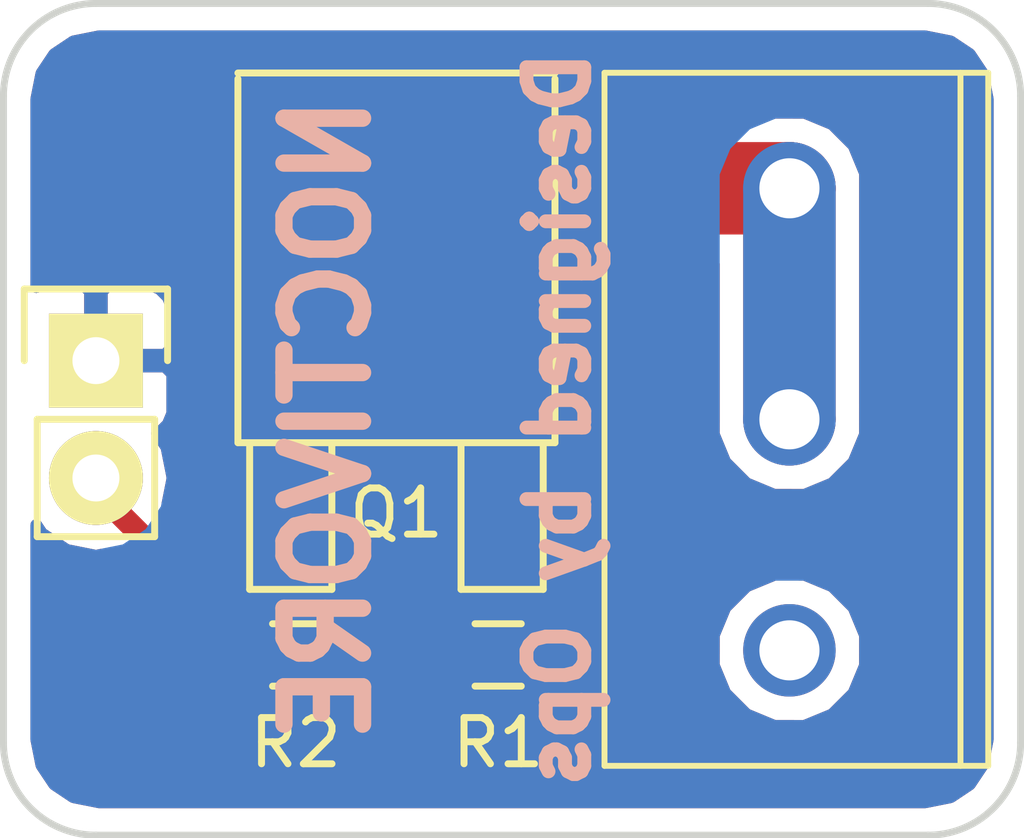
<source format=kicad_pcb>
(kicad_pcb (version 4) (host pcbnew 4.0.2+e4-6225~38~ubuntu15.04.1-stable)

  (general
    (links 7)
    (no_connects 0)
    (area 132.924999 90.924999 155.075001 109.075001)
    (thickness 1.6)
    (drawings 10)
    (tracks 9)
    (zones 0)
    (modules 5)
    (nets 6)
  )

  (page A4)
  (title_block
    (date 2016-06-11)
  )

  (layers
    (0 F.Cu signal)
    (31 B.Cu signal)
    (32 B.Adhes user)
    (33 F.Adhes user)
    (34 B.Paste user)
    (35 F.Paste user)
    (36 B.SilkS user)
    (37 F.SilkS user)
    (38 B.Mask user)
    (39 F.Mask user)
    (40 Dwgs.User user)
    (41 Cmts.User user)
    (42 Eco1.User user)
    (43 Eco2.User user)
    (44 Edge.Cuts user)
    (45 Margin user)
    (46 B.CrtYd user)
    (47 F.CrtYd user)
    (48 B.Fab user)
    (49 F.Fab user)
  )

  (setup
    (last_trace_width 0.25)
    (trace_clearance 0.2)
    (zone_clearance 0.508)
    (zone_45_only no)
    (trace_min 0.2)
    (segment_width 0.2)
    (edge_width 0.15)
    (via_size 0.6)
    (via_drill 0.4)
    (via_min_size 0.4)
    (via_min_drill 0.3)
    (uvia_size 0.3)
    (uvia_drill 0.1)
    (uvias_allowed no)
    (uvia_min_size 0.2)
    (uvia_min_drill 0.1)
    (pcb_text_width 0.3)
    (pcb_text_size 1.5 1.5)
    (mod_edge_width 0.15)
    (mod_text_size 1 1)
    (mod_text_width 0.15)
    (pad_size 1.524 1.524)
    (pad_drill 0.762)
    (pad_to_mask_clearance 0.2)
    (aux_axis_origin 0 0)
    (visible_elements FFFFFF7F)
    (pcbplotparams
      (layerselection 0x01038_80000001)
      (usegerberextensions true)
      (excludeedgelayer true)
      (linewidth 0.100000)
      (plotframeref false)
      (viasonmask false)
      (mode 1)
      (useauxorigin false)
      (hpglpennumber 1)
      (hpglpenspeed 20)
      (hpglpendiameter 15)
      (hpglpenoverlay 2)
      (psnegative false)
      (psa4output false)
      (plotreference true)
      (plotvalue false)
      (plotinvisibletext false)
      (padsonsilk false)
      (subtractmaskfromsilk false)
      (outputformat 1)
      (mirror false)
      (drillshape 0)
      (scaleselection 1)
      (outputdirectory gerbers/))
  )

  (net 0 "")
  (net 1 +12V)
  (net 2 "Net-(P1-Pad2)")
  (net 3 GND)
  (net 4 "Net-(P2-Pad2)")
  (net 5 "Net-(Q1-Pad1)")

  (net_class Default "This is the default net class."
    (clearance 0.2)
    (trace_width 0.25)
    (via_dia 0.6)
    (via_drill 0.4)
    (uvia_dia 0.3)
    (uvia_drill 0.1)
    (add_net +12V)
    (add_net GND)
    (add_net "Net-(P1-Pad2)")
    (add_net "Net-(P2-Pad2)")
    (add_net "Net-(Q1-Pad1)")
  )

  (module lights_breakout:1935174_Phoenix_Contact_01X03 (layer F.Cu) (tedit 575CA7A2) (tstamp 575CA63C)
    (at 150 100 90)
    (path /575CA28A)
    (fp_text reference P1 (at 0 -2.5 90) (layer F.SilkS) hide
      (effects (font (size 1 1) (thickness 0.15)))
    )
    (fp_text value LIGHTS_HEADER (at 0 -5 90) (layer F.Fab) hide
      (effects (font (size 1 1) (thickness 0.15)))
    )
    (fp_line (start -0.35 2.85) (end 0 3.2) (layer Dwgs.User) (width 0.127))
    (fp_line (start 0.35 2.85) (end 0 3.2) (layer Dwgs.User) (width 0.127))
    (fp_line (start -0.35 2.85) (end 0.35 2.85) (layer Dwgs.User) (width 0.127))
    (fp_line (start 0 1.85) (end 0 2.85) (layer Dwgs.User) (width 0.127))
    (fp_line (start -7.5 4.3) (end -7.5 -4) (layer F.SilkS) (width 0.127))
    (fp_line (start 7.5 4.3) (end -7.5 4.3) (layer F.SilkS) (width 0.127))
    (fp_line (start 7.5 -4) (end 7.5 4.3) (layer F.SilkS) (width 0.127))
    (fp_line (start -7.5 -4) (end 7.5 -4) (layer F.SilkS) (width 0.127))
    (fp_line (start 7.5 3.7) (end -7.5 3.7) (layer F.SilkS) (width 0.127))
    (pad 1 thru_hole circle (at -5 0 90) (size 2 2) (drill 1.3) (layers *.Cu *.Mask)
      (net 1 +12V))
    (pad 2 thru_hole circle (at 0 0 90) (size 2 2) (drill 1.3) (layers *.Cu *.Mask)
      (net 2 "Net-(P1-Pad2)"))
    (pad 3 thru_hole circle (at 5 0 90) (size 2 2) (drill 1.3) (layers *.Cu *.Mask)
      (net 2 "Net-(P1-Pad2)"))
  )

  (module Socket_Strips:Socket_Strip_Straight_1x02 (layer F.Cu) (tedit 575CA79F) (tstamp 575CA642)
    (at 135 98.73 270)
    (descr "Through hole socket strip")
    (tags "socket strip")
    (path /575C98C8)
    (fp_text reference P2 (at -2.5 0 360) (layer F.SilkS) hide
      (effects (font (size 1 1) (thickness 0.15)))
    )
    (fp_text value SIGNAL_HEADER (at 0 -3.1 270) (layer F.Fab) hide
      (effects (font (size 1 1) (thickness 0.15)))
    )
    (fp_line (start -1.55 1.55) (end 0 1.55) (layer F.SilkS) (width 0.15))
    (fp_line (start 3.81 1.27) (end 1.27 1.27) (layer F.SilkS) (width 0.15))
    (fp_line (start -1.75 -1.75) (end -1.75 1.75) (layer F.CrtYd) (width 0.05))
    (fp_line (start 4.3 -1.75) (end 4.3 1.75) (layer F.CrtYd) (width 0.05))
    (fp_line (start -1.75 -1.75) (end 4.3 -1.75) (layer F.CrtYd) (width 0.05))
    (fp_line (start -1.75 1.75) (end 4.3 1.75) (layer F.CrtYd) (width 0.05))
    (fp_line (start 1.27 1.27) (end 1.27 -1.27) (layer F.SilkS) (width 0.15))
    (fp_line (start 0 -1.55) (end -1.55 -1.55) (layer F.SilkS) (width 0.15))
    (fp_line (start -1.55 -1.55) (end -1.55 1.55) (layer F.SilkS) (width 0.15))
    (fp_line (start 1.27 -1.27) (end 3.81 -1.27) (layer F.SilkS) (width 0.15))
    (fp_line (start 3.81 -1.27) (end 3.81 1.27) (layer F.SilkS) (width 0.15))
    (pad 1 thru_hole rect (at 0 0 270) (size 2.032 2.032) (drill 1.016) (layers *.Cu *.Mask F.SilkS)
      (net 3 GND))
    (pad 2 thru_hole oval (at 2.54 0 270) (size 2.032 2.032) (drill 1.016) (layers *.Cu *.Mask F.SilkS)
      (net 4 "Net-(P2-Pad2)"))
    (model Socket_Strips.3dshapes/Socket_Strip_Straight_1x02.wrl
      (at (xyz 0.05 0 0))
      (scale (xyz 1 1 1))
      (rotate (xyz 0 0 180))
    )
  )

  (module TO_SOT_Packages_SMD:TO-252-2Lead (layer F.Cu) (tedit 575CA7AB) (tstamp 575CA649)
    (at 141.5 102.03)
    (descr "DPAK / TO-252 2-lead smd package")
    (tags "dpak TO-252")
    (path /575C92F6)
    (attr smd)
    (fp_text reference Q1 (at 0 0) (layer F.SilkS)
      (effects (font (size 1 1) (thickness 0.15)))
    )
    (fp_text value IPD30N06S2L23ATMA3 (at 0 -2.413) (layer F.Fab) hide
      (effects (font (size 1 1) (thickness 0.15)))
    )
    (fp_line (start 1.397 -1.524) (end 1.397 1.651) (layer F.SilkS) (width 0.15))
    (fp_line (start 1.397 1.651) (end 3.175 1.651) (layer F.SilkS) (width 0.15))
    (fp_line (start 3.175 1.651) (end 3.175 -1.524) (layer F.SilkS) (width 0.15))
    (fp_line (start -3.175 -1.524) (end -3.175 1.651) (layer F.SilkS) (width 0.15))
    (fp_line (start -3.175 1.651) (end -1.397 1.651) (layer F.SilkS) (width 0.15))
    (fp_line (start -1.397 1.651) (end -1.397 -1.524) (layer F.SilkS) (width 0.15))
    (fp_line (start 3.429 -7.62) (end 3.429 -1.524) (layer F.SilkS) (width 0.15))
    (fp_line (start 3.429 -1.524) (end -3.429 -1.524) (layer F.SilkS) (width 0.15))
    (fp_line (start -3.429 -1.524) (end -3.429 -9.398) (layer F.SilkS) (width 0.15))
    (fp_line (start -3.429 -9.525) (end 3.429 -9.525) (layer F.SilkS) (width 0.15))
    (fp_line (start 3.429 -9.398) (end 3.429 -7.62) (layer F.SilkS) (width 0.15))
    (pad 1 smd rect (at -2.286 0) (size 1.651 3.048) (layers F.Cu F.Paste F.Mask)
      (net 5 "Net-(Q1-Pad1)"))
    (pad 2 smd rect (at 0 -6.35) (size 6.096 6.096) (layers F.Cu F.Paste F.Mask)
      (net 2 "Net-(P1-Pad2)"))
    (pad 3 smd rect (at 2.286 0) (size 1.651 3.048) (layers F.Cu F.Paste F.Mask)
      (net 3 GND))
    (model TO_SOT_Packages_SMD.3dshapes/TO-252-2Lead.wrl
      (at (xyz 0 0 0))
      (scale (xyz 1 1 1))
      (rotate (xyz 0 0 0))
    )
  )

  (module Resistors_SMD:R_0603 (layer F.Cu) (tedit 575CA6CF) (tstamp 575CA64F)
    (at 143.7 105.1 180)
    (descr "Resistor SMD 0603, reflow soldering, Vishay (see dcrcw.pdf)")
    (tags "resistor 0603")
    (path /575C9359)
    (attr smd)
    (fp_text reference R1 (at 0 -1.9 180) (layer F.SilkS)
      (effects (font (size 1 1) (thickness 0.15)))
    )
    (fp_text value 10K (at 0 1.9 180) (layer F.Fab) hide
      (effects (font (size 1 1) (thickness 0.15)))
    )
    (fp_line (start -1.3 -0.8) (end 1.3 -0.8) (layer F.CrtYd) (width 0.05))
    (fp_line (start -1.3 0.8) (end 1.3 0.8) (layer F.CrtYd) (width 0.05))
    (fp_line (start -1.3 -0.8) (end -1.3 0.8) (layer F.CrtYd) (width 0.05))
    (fp_line (start 1.3 -0.8) (end 1.3 0.8) (layer F.CrtYd) (width 0.05))
    (fp_line (start 0.5 0.675) (end -0.5 0.675) (layer F.SilkS) (width 0.15))
    (fp_line (start -0.5 -0.675) (end 0.5 -0.675) (layer F.SilkS) (width 0.15))
    (pad 1 smd rect (at -0.75 0 180) (size 0.5 0.9) (layers F.Cu F.Paste F.Mask)
      (net 3 GND))
    (pad 2 smd rect (at 0.75 0 180) (size 0.5 0.9) (layers F.Cu F.Paste F.Mask)
      (net 5 "Net-(Q1-Pad1)"))
    (model Resistors_SMD.3dshapes/R_0603.wrl
      (at (xyz 0 0 0))
      (scale (xyz 1 1 1))
      (rotate (xyz 0 0 0))
    )
  )

  (module Resistors_SMD:R_0603 (layer F.Cu) (tedit 575CA6CC) (tstamp 575CA655)
    (at 139.32 105.1 180)
    (descr "Resistor SMD 0603, reflow soldering, Vishay (see dcrcw.pdf)")
    (tags "resistor 0603")
    (path /575C9DCE)
    (attr smd)
    (fp_text reference R2 (at 0 -1.9 180) (layer F.SilkS)
      (effects (font (size 1 1) (thickness 0.15)))
    )
    (fp_text value 100 (at 0 1.9 180) (layer F.Fab) hide
      (effects (font (size 1 1) (thickness 0.15)))
    )
    (fp_line (start -1.3 -0.8) (end 1.3 -0.8) (layer F.CrtYd) (width 0.05))
    (fp_line (start -1.3 0.8) (end 1.3 0.8) (layer F.CrtYd) (width 0.05))
    (fp_line (start -1.3 -0.8) (end -1.3 0.8) (layer F.CrtYd) (width 0.05))
    (fp_line (start 1.3 -0.8) (end 1.3 0.8) (layer F.CrtYd) (width 0.05))
    (fp_line (start 0.5 0.675) (end -0.5 0.675) (layer F.SilkS) (width 0.15))
    (fp_line (start -0.5 -0.675) (end 0.5 -0.675) (layer F.SilkS) (width 0.15))
    (pad 1 smd rect (at -0.75 0 180) (size 0.5 0.9) (layers F.Cu F.Paste F.Mask)
      (net 5 "Net-(Q1-Pad1)"))
    (pad 2 smd rect (at 0.75 0 180) (size 0.5 0.9) (layers F.Cu F.Paste F.Mask)
      (net 4 "Net-(P2-Pad2)"))
    (model Resistors_SMD.3dshapes/R_0603.wrl
      (at (xyz 0 0 0))
      (scale (xyz 1 1 1))
      (rotate (xyz 0 0 0))
    )
  )

  (gr_text "Designed by Ops" (at 145 100 90) (layer B.SilkS) (tstamp 575CAC78)
    (effects (font (size 1.25 1.25) (thickness 0.3)) (justify mirror))
  )
  (gr_text NOCTIVORE (at 140 100 90) (layer B.SilkS)
    (effects (font (size 1.7 1.7) (thickness 0.375)) (justify mirror))
  )
  (gr_arc (start 153 93) (end 153 91) (angle 90) (layer Edge.Cuts) (width 0.15) (tstamp 575CA6A6))
  (gr_arc (start 153 107) (end 155 107) (angle 90) (layer Edge.Cuts) (width 0.15) (tstamp 575CA6A5))
  (gr_arc (start 135 107) (end 135 109) (angle 90) (layer Edge.Cuts) (width 0.15) (tstamp 575CA6A4))
  (gr_arc (start 135 93) (end 133 93) (angle 90) (layer Edge.Cuts) (width 0.15))
  (gr_line (start 133 107) (end 133 93) (layer Edge.Cuts) (width 0.15))
  (gr_line (start 153 109) (end 135 109) (layer Edge.Cuts) (width 0.15))
  (gr_line (start 155 93) (end 155 107) (layer Edge.Cuts) (width 0.15))
  (gr_line (start 135 91) (end 153 91) (layer Edge.Cuts) (width 0.15))

  (segment (start 150 95) (end 142.18 95) (width 2) (layer F.Cu) (net 2))
  (segment (start 142.18 95) (end 141.5 95.68) (width 2) (layer F.Cu) (net 2))
  (segment (start 150 95) (end 150 100) (width 2) (layer B.Cu) (net 2) (tstamp 575CA97D))
  (segment (start 150 95) (end 150 100) (width 2) (layer F.Cu) (net 2))
  (segment (start 138.57 105.1) (end 135 101.53) (width 0.5) (layer F.Cu) (net 4))
  (segment (start 135 101.53) (end 135 101.27) (width 0.5) (layer F.Cu) (net 4))
  (segment (start 140.07 105.1) (end 140.07 102.886) (width 0.5) (layer F.Cu) (net 5))
  (segment (start 140.07 102.886) (end 139.214 102.03) (width 0.5) (layer F.Cu) (net 5))
  (segment (start 140.07 105.1) (end 142.95 105.1) (width 0.5) (layer F.Cu) (net 5))

  (zone (net 3) (net_name GND) (layer F.Cu) (tstamp 0) (hatch edge 0.508)
    (connect_pads (clearance 0.508))
    (min_thickness 0.254)
    (fill yes (arc_segments 16) (thermal_gap 0.508) (thermal_bridge_width 0.508))
    (polygon
      (pts
        (xy 133 91) (xy 155 91) (xy 155 109) (xy 133 109)
      )
    )
    (filled_polygon
      (pts
        (xy 153.488338 91.821046) (xy 153.902333 92.097669) (xy 154.178953 92.51166) (xy 154.29 93.069931) (xy 154.29 106.930069)
        (xy 154.178953 107.48834) (xy 153.902333 107.902331) (xy 153.488338 108.178954) (xy 152.930069 108.29) (xy 135.069931 108.29)
        (xy 134.51166 108.178953) (xy 134.097669 107.902333) (xy 133.821046 107.488338) (xy 133.71 106.930069) (xy 133.71 102.286344)
        (xy 133.832567 102.469778) (xy 134.36819 102.82767) (xy 135 102.953345) (xy 135.143267 102.924847) (xy 137.67256 105.454139)
        (xy 137.67256 105.55) (xy 137.716838 105.785317) (xy 137.85591 106.001441) (xy 138.06811 106.146431) (xy 138.32 106.19744)
        (xy 138.82 106.19744) (xy 139.055317 106.153162) (xy 139.271441 106.01409) (xy 139.319134 105.944289) (xy 139.35591 106.001441)
        (xy 139.56811 106.146431) (xy 139.82 106.19744) (xy 140.32 106.19744) (xy 140.555317 106.153162) (xy 140.771441 106.01409)
        (xy 140.791317 105.985) (xy 142.225331 105.985) (xy 142.23591 106.001441) (xy 142.44811 106.146431) (xy 142.7 106.19744)
        (xy 143.2 106.19744) (xy 143.435317 106.153162) (xy 143.651441 106.01409) (xy 143.697969 105.945994) (xy 143.840302 106.088327)
        (xy 144.073691 106.185) (xy 144.16625 106.185) (xy 144.325 106.02625) (xy 144.325 105.227) (xy 144.575 105.227)
        (xy 144.575 106.02625) (xy 144.73375 106.185) (xy 144.826309 106.185) (xy 145.059698 106.088327) (xy 145.238327 105.909699)
        (xy 145.335 105.67631) (xy 145.335 105.38575) (xy 145.273045 105.323795) (xy 148.364716 105.323795) (xy 148.613106 105.924943)
        (xy 149.072637 106.385278) (xy 149.673352 106.634716) (xy 150.323795 106.635284) (xy 150.924943 106.386894) (xy 151.385278 105.927363)
        (xy 151.634716 105.326648) (xy 151.635284 104.676205) (xy 151.386894 104.075057) (xy 150.927363 103.614722) (xy 150.326648 103.365284)
        (xy 149.676205 103.364716) (xy 149.075057 103.613106) (xy 148.614722 104.072637) (xy 148.365284 104.673352) (xy 148.364716 105.323795)
        (xy 145.273045 105.323795) (xy 145.17625 105.227) (xy 144.575 105.227) (xy 144.325 105.227) (xy 144.303 105.227)
        (xy 144.303 104.973) (xy 144.325 104.973) (xy 144.325 104.953) (xy 144.575 104.953) (xy 144.575 104.973)
        (xy 145.17625 104.973) (xy 145.335 104.81425) (xy 145.335 104.52369) (xy 145.238327 104.290301) (xy 145.059698 104.111673)
        (xy 144.983439 104.080086) (xy 145.149827 103.913699) (xy 145.2465 103.68031) (xy 145.2465 102.31575) (xy 145.08775 102.157)
        (xy 143.913 102.157) (xy 143.913 102.177) (xy 143.659 102.177) (xy 143.659 102.157) (xy 142.48425 102.157)
        (xy 142.3255 102.31575) (xy 142.3255 103.68031) (xy 142.422173 103.913699) (xy 142.54096 104.032485) (xy 142.464683 104.046838)
        (xy 142.248559 104.18591) (xy 142.228683 104.215) (xy 140.955 104.215) (xy 140.955 102.886005) (xy 140.955001 102.886)
        (xy 140.887633 102.547326) (xy 140.887633 102.547325) (xy 140.69579 102.26021) (xy 140.695787 102.260208) (xy 140.68694 102.251361)
        (xy 140.68694 100.506) (xy 140.663174 100.37969) (xy 142.3255 100.37969) (xy 142.3255 101.74425) (xy 142.48425 101.903)
        (xy 143.659 101.903) (xy 143.659 100.02975) (xy 143.913 100.02975) (xy 143.913 101.903) (xy 145.08775 101.903)
        (xy 145.2465 101.74425) (xy 145.2465 100.37969) (xy 145.149827 100.146301) (xy 144.971198 99.967673) (xy 144.737809 99.871)
        (xy 144.07175 99.871) (xy 143.913 100.02975) (xy 143.659 100.02975) (xy 143.50025 99.871) (xy 142.834191 99.871)
        (xy 142.600802 99.967673) (xy 142.422173 100.146301) (xy 142.3255 100.37969) (xy 140.663174 100.37969) (xy 140.642662 100.270683)
        (xy 140.50359 100.054559) (xy 140.29139 99.909569) (xy 140.0395 99.85856) (xy 138.3885 99.85856) (xy 138.153183 99.902838)
        (xy 137.937059 100.04191) (xy 137.792069 100.25411) (xy 137.74106 100.506) (xy 137.74106 103.019481) (xy 136.546961 101.825382)
        (xy 136.651 101.302345) (xy 136.651 101.237655) (xy 136.525325 100.605845) (xy 136.324628 100.305481) (xy 136.375699 100.284327)
        (xy 136.554327 100.105698) (xy 136.651 99.872309) (xy 136.651 99.01575) (xy 136.49225 98.857) (xy 135.127 98.857)
        (xy 135.127 98.877) (xy 134.873 98.877) (xy 134.873 98.857) (xy 134.853 98.857) (xy 134.853 98.603)
        (xy 134.873 98.603) (xy 134.873 97.23775) (xy 135.127 97.23775) (xy 135.127 98.603) (xy 136.49225 98.603)
        (xy 136.651 98.44425) (xy 136.651 97.587691) (xy 136.554327 97.354302) (xy 136.375699 97.175673) (xy 136.14231 97.079)
        (xy 135.28575 97.079) (xy 135.127 97.23775) (xy 134.873 97.23775) (xy 134.71425 97.079) (xy 133.85769 97.079)
        (xy 133.71 97.140175) (xy 133.71 93.069931) (xy 133.797109 92.632) (xy 137.80456 92.632) (xy 137.80456 98.728)
        (xy 137.848838 98.963317) (xy 137.98791 99.179441) (xy 138.20011 99.324431) (xy 138.452 99.37544) (xy 144.548 99.37544)
        (xy 144.783317 99.331162) (xy 144.999441 99.19209) (xy 145.144431 98.97989) (xy 145.19544 98.728) (xy 145.19544 96.635)
        (xy 148.365 96.635) (xy 148.365 99.998574) (xy 148.364716 100.323795) (xy 148.613106 100.924943) (xy 149.072637 101.385278)
        (xy 149.673352 101.634716) (xy 150.323795 101.635284) (xy 150.924943 101.386894) (xy 151.385278 100.927363) (xy 151.634716 100.326648)
        (xy 151.635284 99.676205) (xy 151.635 99.675518) (xy 151.635 95.001427) (xy 151.635284 94.676205) (xy 151.386894 94.075057)
        (xy 150.927363 93.614722) (xy 150.326648 93.365284) (xy 149.676205 93.364716) (xy 149.675518 93.365) (xy 145.19544 93.365)
        (xy 145.19544 92.632) (xy 145.151162 92.396683) (xy 145.01209 92.180559) (xy 144.79989 92.035569) (xy 144.548 91.98456)
        (xy 138.452 91.98456) (xy 138.216683 92.028838) (xy 138.000559 92.16791) (xy 137.855569 92.38011) (xy 137.80456 92.632)
        (xy 133.797109 92.632) (xy 133.821046 92.511662) (xy 134.097669 92.097667) (xy 134.51166 91.821047) (xy 135.069931 91.71)
        (xy 152.930069 91.71)
      )
    )
  )
  (zone (net 3) (net_name GND) (layer B.Cu) (tstamp 575CAB38) (hatch edge 0.508)
    (connect_pads (clearance 0.508))
    (min_thickness 0.254)
    (fill yes (arc_segments 16) (thermal_gap 0.508) (thermal_bridge_width 0.508))
    (polygon
      (pts
        (xy 133 91) (xy 155 91) (xy 155 109) (xy 133 109)
      )
    )
    (filled_polygon
      (pts
        (xy 153.488338 91.821046) (xy 153.902333 92.097669) (xy 154.178953 92.51166) (xy 154.29 93.069931) (xy 154.29 106.930069)
        (xy 154.178953 107.48834) (xy 153.902333 107.902331) (xy 153.488338 108.178954) (xy 152.930069 108.29) (xy 135.069931 108.29)
        (xy 134.51166 108.178953) (xy 134.097669 107.902333) (xy 133.821046 107.488338) (xy 133.71 106.930069) (xy 133.71 105.323795)
        (xy 148.364716 105.323795) (xy 148.613106 105.924943) (xy 149.072637 106.385278) (xy 149.673352 106.634716) (xy 150.323795 106.635284)
        (xy 150.924943 106.386894) (xy 151.385278 105.927363) (xy 151.634716 105.326648) (xy 151.635284 104.676205) (xy 151.386894 104.075057)
        (xy 150.927363 103.614722) (xy 150.326648 103.365284) (xy 149.676205 103.364716) (xy 149.075057 103.613106) (xy 148.614722 104.072637)
        (xy 148.365284 104.673352) (xy 148.364716 105.323795) (xy 133.71 105.323795) (xy 133.71 102.286344) (xy 133.832567 102.469778)
        (xy 134.36819 102.82767) (xy 135 102.953345) (xy 135.63181 102.82767) (xy 136.167433 102.469778) (xy 136.525325 101.934155)
        (xy 136.651 101.302345) (xy 136.651 101.237655) (xy 136.525325 100.605845) (xy 136.324628 100.305481) (xy 136.375699 100.284327)
        (xy 136.554327 100.105698) (xy 136.651 99.872309) (xy 136.651 99.01575) (xy 136.49225 98.857) (xy 135.127 98.857)
        (xy 135.127 98.877) (xy 134.873 98.877) (xy 134.873 98.857) (xy 134.853 98.857) (xy 134.853 98.603)
        (xy 134.873 98.603) (xy 134.873 97.23775) (xy 135.127 97.23775) (xy 135.127 98.603) (xy 136.49225 98.603)
        (xy 136.651 98.44425) (xy 136.651 97.587691) (xy 136.554327 97.354302) (xy 136.375699 97.175673) (xy 136.14231 97.079)
        (xy 135.28575 97.079) (xy 135.127 97.23775) (xy 134.873 97.23775) (xy 134.71425 97.079) (xy 133.85769 97.079)
        (xy 133.71 97.140175) (xy 133.71 95.323795) (xy 148.364716 95.323795) (xy 148.365 95.324482) (xy 148.365 99.998574)
        (xy 148.364716 100.323795) (xy 148.613106 100.924943) (xy 149.072637 101.385278) (xy 149.673352 101.634716) (xy 150.323795 101.635284)
        (xy 150.924943 101.386894) (xy 151.385278 100.927363) (xy 151.634716 100.326648) (xy 151.635284 99.676205) (xy 151.635 99.675518)
        (xy 151.635 95.001427) (xy 151.635284 94.676205) (xy 151.386894 94.075057) (xy 150.927363 93.614722) (xy 150.326648 93.365284)
        (xy 149.676205 93.364716) (xy 149.075057 93.613106) (xy 148.614722 94.072637) (xy 148.365284 94.673352) (xy 148.364716 95.323795)
        (xy 133.71 95.323795) (xy 133.71 93.069931) (xy 133.821046 92.511662) (xy 134.097669 92.097667) (xy 134.51166 91.821047)
        (xy 135.069931 91.71) (xy 152.930069 91.71)
      )
    )
  )
)

</source>
